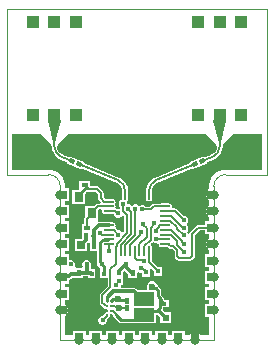
<source format=gtl>
G04*
G04 #@! TF.GenerationSoftware,Altium Limited,Altium NEXUS,5.8.2 (18)*
G04*
G04 Layer_Physical_Order=1*
G04 Layer_Color=255*
%FSLAX25Y25*%
%MOIN*%
G70*
G04*
G04 #@! TF.SameCoordinates,96A2D957-15C9-49F1-B6A3-93ECAB74F1FA*
G04*
G04*
G04 #@! TF.FilePolarity,Positive*
G04*
G01*
G75*
%ADD10C,0.00984*%
%ADD11C,0.00591*%
%ADD12C,0.00787*%
%ADD14C,0.00394*%
%ADD15O,0.00787X0.03347*%
%ADD16O,0.03347X0.00787*%
%ADD17R,0.03150X0.03543*%
%ADD18R,0.01428X0.01428*%
%ADD19R,0.02473X0.02387*%
%ADD20R,0.02780X0.02867*%
%ADD21R,0.01588X0.01877*%
%ADD22R,0.01822X0.02182*%
G04:AMPARAMS|DCode=23|XSize=17.88mil|YSize=14.28mil|CornerRadius=0mil|HoleSize=0mil|Usage=FLASHONLY|Rotation=22.280|XOffset=0mil|YOffset=0mil|HoleType=Round|Shape=Rectangle|*
%AMROTATEDRECTD23*
4,1,4,-0.00556,-0.01000,-0.01098,0.00322,0.00556,0.01000,0.01098,-0.00322,-0.00556,-0.01000,0.0*
%
%ADD23ROTATEDRECTD23*%

%ADD24R,0.06717X0.04545*%
%ADD25R,0.01788X0.01428*%
%ADD26R,0.04331X0.04331*%
%ADD27R,0.02362X0.03150*%
G04:AMPARAMS|DCode=28|XSize=17.88mil|YSize=14.28mil|CornerRadius=0mil|HoleSize=0mil|Usage=FLASHONLY|Rotation=157.720|XOffset=0mil|YOffset=0mil|HoleType=Round|Shape=Rectangle|*
%AMROTATEDRECTD28*
4,1,4,0.01098,0.00322,0.00556,-0.01000,-0.01098,-0.00322,-0.00556,0.01000,0.01098,0.00322,0.0*
%
%ADD28ROTATEDRECTD28*%

%ADD29R,0.01428X0.01788*%
%ADD30R,0.02182X0.01822*%
%ADD31R,0.03150X0.02362*%
%ADD34C,0.00906*%
%ADD39C,0.00606*%
%ADD40C,0.01181*%
%ADD41C,0.03150*%
%ADD42C,0.01772*%
%ADD43C,0.02362*%
G36*
X29724Y72835D02*
X27559Y64567D01*
X25394Y72835D01*
Y73228D01*
X29724D01*
Y72835D01*
D02*
G37*
G36*
X-25394D02*
X-27559Y64567D01*
X-29724Y72835D01*
Y73228D01*
X-25394D01*
Y72835D01*
D02*
G37*
G36*
X41701Y56724D02*
X29528D01*
X29488Y56716D01*
X29449Y56722D01*
X29063Y56703D01*
X28947Y56674D01*
X28828D01*
X28071Y56523D01*
X27925Y56463D01*
X27770Y56432D01*
X27057Y56137D01*
X26926Y56049D01*
X26780Y55988D01*
X26138Y55559D01*
X26026Y55448D01*
X25895Y55360D01*
X25823Y55288D01*
X25811Y55280D01*
X25429Y54898D01*
X25420Y54886D01*
X25349Y54814D01*
X25261Y54683D01*
X25149Y54571D01*
X24720Y53929D01*
X24660Y53783D01*
X24572Y53651D01*
X24277Y52938D01*
X24246Y52783D01*
X24185Y52637D01*
X24035Y51880D01*
Y51761D01*
X24006Y51646D01*
X23987Y51260D01*
X23993Y51220D01*
X23985Y51181D01*
Y50461D01*
X23530Y50006D01*
X23191Y49419D01*
X23059Y48925D01*
X25591D01*
Y47925D01*
X23059D01*
X23191Y47431D01*
X23530Y46844D01*
X23985Y46389D01*
Y44949D01*
X23530Y44494D01*
X23191Y43907D01*
X23059Y43413D01*
X25591D01*
Y42413D01*
X23059D01*
X23191Y41919D01*
X23530Y41332D01*
X23985Y40878D01*
Y39567D01*
X22638D01*
Y38305D01*
X20472D01*
X20127Y38236D01*
X19834Y38040D01*
X17719Y35925D01*
X17523Y35632D01*
X17497Y35501D01*
X16977Y35449D01*
X16901Y35632D01*
X16543Y35990D01*
X16901Y36348D01*
X17126Y36890D01*
Y37478D01*
X16901Y38020D01*
X16755Y38167D01*
X16526Y38493D01*
X16755Y38820D01*
X16901Y38967D01*
X17126Y39509D01*
Y40097D01*
X16901Y40639D01*
X16486Y41055D01*
X15943Y41279D01*
X15450D01*
X13178Y43552D01*
X12885Y43748D01*
X12539Y43817D01*
X12019D01*
X11698Y44317D01*
X11732Y44488D01*
X11655Y44872D01*
X11438Y45198D01*
X11112Y45415D01*
X10728Y45492D01*
X8169D01*
X7785Y45415D01*
X7749Y45391D01*
X5509D01*
X5163Y45323D01*
X4870Y45127D01*
X4146Y44403D01*
X2960D01*
X2612Y44752D01*
X2069Y44976D01*
X1482D01*
X939Y44752D01*
X846Y44658D01*
X655Y44525D01*
X240Y44941D01*
X-303Y45166D01*
X-890D01*
X-1433Y44941D01*
X-1738Y44635D01*
X-2132Y45028D01*
X-2675Y45253D01*
X-3187D01*
Y45716D01*
X-3412Y46259D01*
X-3406Y46317D01*
X-3227Y46436D01*
X-3010Y46762D01*
X-2933Y47146D01*
Y49705D01*
X-3010Y50089D01*
X-3079Y50192D01*
X-3168Y50867D01*
X-3654Y52043D01*
X-4429Y53052D01*
X-5438Y53826D01*
X-5960Y54042D01*
X-6036Y54093D01*
X-17763Y58897D01*
X-17614Y59261D01*
X-20361Y60387D01*
Y60387D01*
X-22578Y61295D01*
X-22593Y61258D01*
X-23055Y61064D01*
X-24769Y61767D01*
X-24769Y61767D01*
X-24757Y61797D01*
X-25132Y61952D01*
X-25757Y62432D01*
X-26237Y63057D01*
X-26538Y63785D01*
X-26641Y64567D01*
X-26415Y64973D01*
X-23031Y68504D01*
X23031D01*
X26415Y64973D01*
X26641Y64567D01*
X26538Y63785D01*
X26237Y63057D01*
X25757Y62432D01*
X25132Y61952D01*
X24757Y61797D01*
X24769Y61767D01*
X24769Y61767D01*
X23054Y61064D01*
X22592Y61257D01*
X22577Y61295D01*
X19830Y60169D01*
X19830Y60169D01*
X17613Y59261D01*
X17762Y58897D01*
X6036Y54093D01*
X5960Y54042D01*
X5438Y53826D01*
X4429Y53052D01*
X3654Y52043D01*
X3168Y50867D01*
X3079Y50192D01*
X3010Y50089D01*
X2933Y49705D01*
Y47146D01*
X3010Y46762D01*
X3227Y46436D01*
X3553Y46218D01*
X3937Y46142D01*
X4321Y46218D01*
X4647Y46436D01*
X4864Y46762D01*
X4941Y47146D01*
Y49705D01*
X4897Y49925D01*
X4958Y50388D01*
X5259Y51116D01*
X5739Y51741D01*
X6364Y52221D01*
X6739Y52376D01*
X6727Y52406D01*
X6727Y52406D01*
X18125Y57077D01*
X18587Y56883D01*
X18602Y56846D01*
X21349Y57972D01*
X21349Y57972D01*
X23566Y58881D01*
X23417Y59244D01*
X25460Y60081D01*
X25536Y60131D01*
X26058Y60347D01*
X27067Y61122D01*
X27842Y62131D01*
X28328Y63306D01*
X28494Y64567D01*
X28495D01*
X28708Y64978D01*
X32087Y68504D01*
X41701D01*
Y56724D01*
D02*
G37*
G36*
X-28708Y64978D02*
X-28495Y64567D01*
X-28494D01*
X-28328Y63306D01*
X-27842Y62131D01*
X-27067Y61122D01*
X-26058Y60347D01*
X-25536Y60131D01*
X-25460Y60081D01*
X-23418Y59244D01*
X-23567Y58881D01*
X-20820Y57755D01*
Y57755D01*
X-18603Y56847D01*
X-18588Y56884D01*
X-18126Y57077D01*
X-6727Y52406D01*
X-6739Y52376D01*
X-6364Y52221D01*
X-5739Y51741D01*
X-5259Y51116D01*
X-4958Y50388D01*
X-4897Y49925D01*
X-4941Y49705D01*
Y47146D01*
X-4904Y46963D01*
X-4957Y46899D01*
X-5499Y46674D01*
X-5915Y46259D01*
X-6140Y45716D01*
Y45129D01*
X-5915Y44586D01*
X-5644Y44315D01*
X-5671Y43826D01*
X-6006Y43602D01*
X-6568D01*
X-6869Y43803D01*
X-6896Y43825D01*
X-7191Y44363D01*
X-7166Y44488D01*
X-7242Y44872D01*
X-7460Y45198D01*
Y45353D01*
X-7242Y45679D01*
X-7166Y46063D01*
X-7242Y46447D01*
X-7460Y46773D01*
X-7785Y46990D01*
X-8169Y47067D01*
X-10668D01*
X-11119Y47517D01*
Y49101D01*
X-11187Y49447D01*
X-11383Y49740D01*
X-12577Y50934D01*
X-12870Y51130D01*
X-13216Y51199D01*
X-15571D01*
X-15821Y51449D01*
Y53076D01*
X-19184D01*
Y50073D01*
X-19654Y50000D01*
X-21654D01*
Y45276D01*
X-17323D01*
Y48744D01*
X-16980Y49087D01*
X-16878Y49240D01*
X-16725Y49392D01*
X-13590D01*
X-12925Y48727D01*
Y47143D01*
X-12856Y46797D01*
X-12661Y46504D01*
X-12048Y45891D01*
X-12255Y45391D01*
X-12992D01*
X-13338Y45323D01*
X-13631Y45127D01*
X-14269Y44488D01*
X-17323D01*
Y41041D01*
X-17427Y40937D01*
X-17623Y40644D01*
X-17692Y40298D01*
Y38703D01*
X-18470D01*
Y35700D01*
X-18470Y35700D01*
X-18470D01*
X-18371Y35200D01*
X-18409Y35108D01*
Y34520D01*
X-18264Y34171D01*
X-18514Y33748D01*
X-20708D01*
Y29700D01*
X-16746D01*
Y32045D01*
X-16271Y32520D01*
X-15967Y32454D01*
X-15771Y32330D01*
Y29742D01*
X-13309D01*
Y26013D01*
X-13249Y25714D01*
X-13264Y25677D01*
Y25089D01*
X-13040Y24547D01*
X-12625Y24131D01*
X-12342Y24014D01*
X-12197Y23549D01*
X-12197Y23549D01*
X-12197Y23549D01*
Y20580D01*
X-9774D01*
Y17896D01*
X-12158Y15511D01*
X-12354Y15218D01*
X-12422Y14873D01*
Y12326D01*
X-12354Y11981D01*
X-12158Y11688D01*
X-11369Y10899D01*
X-11076Y10703D01*
X-10978Y10684D01*
X-10732Y10438D01*
X-10349Y10279D01*
X-10017D01*
X-9790Y10099D01*
X-9610Y9872D01*
Y9623D01*
X-9790Y9397D01*
X-10017Y9216D01*
X-10349D01*
X-10732Y9057D01*
X-11026Y8764D01*
X-11185Y8380D01*
Y8321D01*
X-11543Y7963D01*
X-11788D01*
X-12331Y7738D01*
X-12746Y7323D01*
X-12971Y6780D01*
Y6193D01*
X-12746Y5650D01*
X-12331Y5235D01*
X-11788Y5010D01*
X-11201D01*
X-10658Y5235D01*
X-10243Y5650D01*
X-10018Y6193D01*
Y6780D01*
X-10053Y6866D01*
X-9734Y7212D01*
X-9550Y7288D01*
X-9257Y7582D01*
X-9098Y7965D01*
Y8297D01*
X-8918Y8524D01*
X-8691Y8704D01*
X-8485D01*
X-8021Y8240D01*
X-7968Y7977D01*
X-7729Y7619D01*
X-7729Y7619D01*
X-6023Y5912D01*
X-5665Y5673D01*
X-5242Y5589D01*
X-1492D01*
Y5500D01*
X6406D01*
Y8211D01*
X6906Y8418D01*
X7717Y7608D01*
Y5601D01*
X11371D01*
Y9169D01*
X9278D01*
X8405Y10043D01*
X8564Y10282D01*
X8648Y10704D01*
Y10805D01*
X10634D01*
Y13414D01*
X9227D01*
X9115Y13526D01*
Y13642D01*
X9031Y14064D01*
X8792Y14423D01*
X8101Y15114D01*
Y16446D01*
X8017Y16869D01*
X7778Y17227D01*
X7086Y17919D01*
X6890Y18050D01*
Y18081D01*
X6620Y18732D01*
X6122Y19231D01*
X5471Y19500D01*
X4766D01*
X4115Y19231D01*
X3616Y18732D01*
X3347Y18081D01*
Y17376D01*
X3483Y17048D01*
X3148Y16548D01*
X211D01*
X-235Y16993D01*
X-625Y17254D01*
X-1086Y17346D01*
X-1086Y17346D01*
X-5188D01*
X-5467Y17768D01*
X-5286Y18184D01*
X-4601D01*
Y20793D01*
X-4601D01*
Y20940D01*
X-4601D01*
Y22594D01*
X-4073Y23122D01*
X-3011Y22060D01*
Y20580D01*
X-8D01*
Y22250D01*
X492Y22488D01*
X891Y22323D01*
X1478D01*
X1668Y22196D01*
Y21045D01*
X4277D01*
Y23677D01*
X4777Y23884D01*
X5782Y22879D01*
Y21367D01*
X8391D01*
Y24336D01*
X6879D01*
X4878Y26338D01*
Y27933D01*
X4941Y28248D01*
Y30807D01*
X4864Y31191D01*
X4647Y31517D01*
X4605Y32146D01*
X4905Y32446D01*
X5563Y32495D01*
X5631Y32427D01*
X6173Y32203D01*
X6718D01*
X6790Y32180D01*
X7095Y31944D01*
X7177Y31834D01*
X7242Y31506D01*
X7460Y31180D01*
X7785Y30963D01*
X8169Y30886D01*
X10175D01*
X10534Y30527D01*
X10827Y30332D01*
X11173Y30263D01*
X11766D01*
X12522Y29507D01*
Y27913D01*
X12591Y27568D01*
X12787Y27275D01*
X13379Y26683D01*
X13672Y26487D01*
X14017Y26418D01*
X17775D01*
X18121Y26487D01*
X18414Y26683D01*
X18996Y27265D01*
X19192Y27558D01*
X19261Y27903D01*
Y34912D01*
X20846Y36498D01*
X22638D01*
Y35236D01*
X23985D01*
Y33926D01*
X23530Y33471D01*
X23191Y32884D01*
X23059Y32390D01*
X25591D01*
Y31390D01*
X23059D01*
X23191Y30896D01*
X23530Y30309D01*
X23985Y29854D01*
Y28543D01*
X22638D01*
Y24213D01*
X23985D01*
Y23031D01*
X22638D01*
Y18701D01*
X23985D01*
Y17520D01*
X22638D01*
Y13189D01*
X23985D01*
Y12008D01*
X22638D01*
Y7677D01*
X23985D01*
Y1606D01*
X21327D01*
X20872Y2060D01*
X20285Y2399D01*
X19791Y2532D01*
Y0D01*
X18791D01*
Y2532D01*
X18297Y2399D01*
X17710Y2060D01*
X17256Y1606D01*
X15945D01*
Y2953D01*
X11614D01*
Y1606D01*
X10433D01*
Y2953D01*
X6102D01*
Y1606D01*
X4921D01*
Y2953D01*
X591D01*
Y1606D01*
X-591D01*
Y2953D01*
X-4921D01*
Y1606D01*
X-6102D01*
Y2953D01*
X-10433D01*
Y1606D01*
X-11614D01*
Y2953D01*
X-15945D01*
Y1606D01*
X-17126D01*
Y2953D01*
X-21457D01*
Y1606D01*
X-23985D01*
Y7807D01*
X-23530Y8262D01*
X-23191Y8849D01*
X-23059Y9342D01*
X-25591D01*
Y10343D01*
X-23059D01*
X-23191Y10836D01*
X-23530Y11423D01*
X-23985Y11878D01*
Y13189D01*
X-22638D01*
Y17520D01*
X-23985D01*
Y18701D01*
X-22638D01*
Y20073D01*
X-22351Y20130D01*
X-21961Y20391D01*
X-21672Y20680D01*
X-19809D01*
X-19808Y20680D01*
X-19692Y20703D01*
X-17987D01*
Y21190D01*
X-16462D01*
Y20580D01*
X-13853D01*
Y23549D01*
X-15131D01*
X-15379Y23598D01*
X-15471D01*
Y24472D01*
X-15312Y24856D01*
Y25443D01*
X-15537Y25986D01*
X-15952Y26401D01*
X-16495Y26626D01*
X-17082D01*
X-17625Y26401D01*
X-18040Y25986D01*
X-18265Y25443D01*
Y24856D01*
X-18145Y24566D01*
X-18446Y24066D01*
X-20468D01*
X-20770Y24566D01*
X-20650Y24856D01*
Y25443D01*
X-20874Y25986D01*
X-21290Y26401D01*
X-21832Y26626D01*
X-22420D01*
X-22638Y26772D01*
Y28543D01*
X-23985D01*
Y29724D01*
X-22638D01*
Y34055D01*
X-23985D01*
Y35236D01*
X-22638D01*
Y39567D01*
X-23985D01*
Y40748D01*
X-22638D01*
Y45079D01*
X-23985D01*
Y46260D01*
X-22638D01*
Y50591D01*
X-23985D01*
Y51181D01*
X-23993Y51220D01*
X-23987Y51260D01*
X-24006Y51646D01*
X-24035Y51761D01*
Y51880D01*
X-24185Y52637D01*
X-24246Y52783D01*
X-24277Y52938D01*
X-24572Y53651D01*
X-24660Y53783D01*
X-24720Y53929D01*
X-25149Y54571D01*
X-25261Y54682D01*
X-25349Y54814D01*
X-25895Y55360D01*
X-26026Y55448D01*
X-26138Y55559D01*
X-26780Y55988D01*
X-26926Y56049D01*
X-27057Y56137D01*
X-27770Y56432D01*
X-27925Y56463D01*
X-28071Y56523D01*
X-28828Y56674D01*
X-28947D01*
X-29063Y56703D01*
X-29449Y56722D01*
X-29488Y56716D01*
X-29528Y56724D01*
X-41701D01*
Y68504D01*
X-32087D01*
X-28708Y64978D01*
D02*
G37*
G36*
X-11698Y43085D02*
X-11732Y42913D01*
X-11655Y42529D01*
X-11438Y42204D01*
X-11112Y41986D01*
X-10728Y41910D01*
X-8321D01*
X-8132Y41872D01*
X-7776D01*
Y41832D01*
X-7551Y41290D01*
X-7136Y40874D01*
X-6593Y40650D01*
X-6006D01*
X-5463Y40874D01*
X-5048Y41290D01*
X-5032Y41328D01*
X-4547Y41433D01*
X-4208Y41132D01*
Y36154D01*
X-4545Y35865D01*
X-5048Y35954D01*
X-5463Y36370D01*
X-6006Y36595D01*
X-6498D01*
X-7157Y37253D01*
X-7242Y37805D01*
X-7166Y38189D01*
X-7242Y38573D01*
X-7460Y38899D01*
X-7785Y39116D01*
X-8169Y39193D01*
X-8825D01*
X-8988Y39301D01*
X-9449Y39393D01*
X-9449Y39393D01*
X-12680D01*
X-12933Y39693D01*
X-12992Y39871D01*
Y43211D01*
X-12618Y43585D01*
X-12019D01*
X-11698Y43085D01*
D02*
G37*
D10*
X-11788Y25170D02*
X-11053Y24434D01*
Y22257D02*
Y24434D01*
X-12205Y26013D02*
Y32501D01*
X-11053Y22257D02*
X-11026Y22230D01*
X-11788Y25170D02*
Y25596D01*
X-12205Y26013D02*
X-11788Y25596D01*
X-12205Y32501D02*
X-11340Y33366D01*
X5438Y17729D02*
X6028Y17138D01*
X6305D01*
X5118Y17729D02*
X5438D01*
X-11340Y33366D02*
X-9547D01*
X2457Y8363D02*
X3842Y9748D01*
X787Y6693D02*
X2457Y8363D01*
X7544Y14109D02*
X8011Y13642D01*
Y13069D02*
X8970Y12110D01*
X6997Y14657D02*
Y16446D01*
Y14657D02*
X7544Y14109D01*
X8970Y12110D02*
X9150D01*
X7544Y10704D02*
Y14109D01*
X6305Y17138D02*
X6997Y16446D01*
X8011Y13069D02*
Y13642D01*
X6598Y9758D02*
X7544Y10704D01*
X6598Y9748D02*
Y9758D01*
X-6919Y13554D02*
X-6525D01*
X-5498Y13298D02*
X-3652D01*
X-6299Y14099D02*
Y14173D01*
X-7892Y13540D02*
X-6933D01*
X-6525Y13554D02*
X-6299Y13780D01*
X-6933Y13540D02*
X-6919Y13554D01*
X-6299Y14099D02*
X-5498Y13298D01*
X-6948Y8399D02*
X-5242Y6693D01*
X-6948Y8399D02*
X-6948D01*
X-5242Y6693D02*
X787D01*
X-8535Y12897D02*
X-7892Y13540D01*
X-3652Y13298D02*
X-3448Y13094D01*
X-10119Y12920D02*
Y13897D01*
X-3448Y12950D02*
Y13094D01*
X3842Y9748D02*
X6598D01*
X7182Y9704D02*
X9501Y7385D01*
X9544D01*
D11*
X-16142Y50295D02*
X-13216D01*
X-17099D02*
X-16142D01*
X-17503Y51575D02*
X-16887Y50959D01*
X-16609D02*
X-16142Y50492D01*
X-16887Y50959D02*
X-16609D01*
X9449Y31890D02*
X10675D01*
X10766Y31799D01*
Y31573D02*
Y31799D01*
Y31573D02*
X11173Y31166D01*
X12140D01*
X13425Y29881D01*
Y27913D02*
Y29881D01*
Y27913D02*
X14017Y27321D01*
X17775D02*
X18357Y27903D01*
X14017Y27321D02*
X17775D01*
X18357Y27903D02*
Y35287D01*
X-765Y27321D02*
X33Y26523D01*
X1977D01*
X-787Y29528D02*
X-765Y29505D01*
Y27321D02*
Y29505D01*
X3975Y25964D02*
X6488Y23450D01*
X6668D02*
X7087Y23031D01*
X1977Y26523D02*
X2203Y26297D01*
X6488Y23450D02*
X6668D01*
X7087Y22852D02*
Y23031D01*
X3975Y25964D02*
Y29490D01*
X3937Y29528D02*
X3975Y29490D01*
X18357Y35287D02*
X20472Y37402D01*
X9487Y39726D02*
X11001D01*
X13239Y37488D01*
X9449Y39764D02*
X9487Y39726D01*
Y35002D02*
X11296D01*
X15646Y32437D02*
X15650Y32441D01*
X13878Y34062D02*
X14502Y33437D01*
X9487Y36577D02*
X11391D01*
X13878Y34062D02*
Y34090D01*
X14502Y33304D02*
Y33437D01*
X15369Y32437D02*
X15646D01*
X12309Y33961D02*
X13321Y32948D01*
X13239Y37089D02*
X15532Y34796D01*
X14502Y33304D02*
X15369Y32437D01*
X9449Y35039D02*
X9487Y35002D01*
X11296D02*
X12309Y33989D01*
X11391Y36577D02*
X13878Y34090D01*
X13321Y31655D02*
Y32948D01*
X12309Y33961D02*
Y33989D01*
X15532Y34796D02*
X15650D01*
X13239Y37089D02*
Y37488D01*
X11453Y41301D02*
X13425Y39329D01*
X9449Y41339D02*
X9487Y41301D01*
X11453D01*
X13425Y39306D02*
Y39329D01*
X9449Y36614D02*
X9487Y36577D01*
X13321Y31655D02*
X15650Y29327D01*
X-8871Y23590D02*
X-7087Y25374D01*
X-11116Y11923D02*
Y11923D01*
X-11519Y14873D02*
X-8871Y17522D01*
Y23590D01*
X-11495Y6734D02*
X-10141Y8088D01*
Y8173D01*
X-11495Y6486D02*
Y6734D01*
X-7167Y10894D02*
X-6169D01*
X-5906Y10630D01*
X-10730Y11537D02*
X-10246D01*
X-11116Y11923D02*
X-10730Y11537D01*
X-11519Y12326D02*
X-11116Y11923D01*
X-7087Y29528D02*
Y30860D01*
Y25374D02*
Y29528D01*
X-9449Y29771D02*
Y31890D01*
Y29771D02*
X-9360Y29682D01*
X-2968Y43457D02*
X-2045Y42534D01*
Y35162D02*
Y42534D01*
X-4740Y45346D02*
X-4663Y45422D01*
X-4740Y42979D02*
Y45346D01*
Y42979D02*
X-3305Y41544D01*
X-2968Y43457D02*
Y43777D01*
X-3305Y35572D02*
Y41544D01*
X-596Y34940D02*
Y43689D01*
X1776Y43500D02*
X4521D01*
X-10980Y46101D02*
X-9487D01*
X-12022Y47143D02*
Y49101D01*
Y47143D02*
X-10980Y46101D01*
X-9487D02*
X-9449Y46063D01*
X-18293Y49380D02*
X-17964D01*
X-17618Y49726D01*
Y49776D01*
X-13216Y50295D02*
X-12022Y49101D01*
X-17618Y49776D02*
X-17099Y50295D01*
X-17757Y49916D02*
X-17181Y50492D01*
X-18406Y49267D02*
X-17757Y49916D01*
X-5474Y29565D02*
Y31733D01*
X-5512Y29528D02*
X-5474Y29565D01*
X-3899Y29609D02*
Y31637D01*
X-5474Y31733D02*
X-2045Y35162D01*
X-3937Y29571D02*
X-3899Y29609D01*
X-2340Y31527D02*
X970Y34836D01*
Y35046D01*
X-6791Y31156D02*
Y32086D01*
X1431Y35507D02*
Y35827D01*
X-2340Y29550D02*
Y31527D01*
X970Y35046D02*
X1431Y35507D01*
X-3899Y31637D02*
X-596Y34940D01*
X-6791Y32086D02*
X-3305Y35572D01*
X-7087Y30860D02*
X-6791Y31156D01*
X-9449Y36614D02*
X-7795D01*
X-6299Y35118D01*
X13425Y39306D02*
X15330Y37402D01*
X9449Y42913D02*
X12539D01*
X15650Y39803D01*
X-5832Y10556D02*
X-3522D01*
X-5906Y10630D02*
X-5832Y10556D01*
X-3522D02*
X-3448Y10482D01*
X-7596Y11322D02*
X-7167Y10894D01*
X-8567Y11322D02*
X-7596D01*
X2838Y22529D02*
Y22844D01*
X-7060Y18209D02*
Y18334D01*
X-5906Y19488D01*
X1184Y23799D02*
X1373Y23611D01*
X2071D01*
X2838Y22844D01*
X-11519Y12326D02*
Y14873D01*
X5764Y38655D02*
Y38803D01*
X6467Y33679D02*
X6733D01*
X2362Y31181D02*
X4502Y33321D01*
Y37393D02*
X5764Y38655D01*
X1969Y38445D02*
X3242Y37172D01*
X6948Y33465D02*
X9449D01*
X787Y31968D02*
X3242Y34423D01*
X1969Y38445D02*
Y38571D01*
X3242Y34423D02*
Y37172D01*
X4502Y33321D02*
Y37393D01*
X6733Y33679D02*
X6948Y33465D01*
X787Y29528D02*
Y31968D01*
X4521Y43500D02*
X5509Y44488D01*
X-15157Y42126D02*
Y42323D01*
X-12992Y44488D02*
X-9449D01*
X-15157Y42323D02*
X-12992Y44488D01*
X-15157Y41929D02*
Y42126D01*
X6821Y37195D02*
Y37214D01*
X6313Y36687D02*
X6821Y37195D01*
X6313Y36389D02*
Y36687D01*
X6821Y37214D02*
X7795Y38189D01*
X2362Y29528D02*
Y31181D01*
X20472Y37402D02*
X24409D01*
X25591D01*
X7795Y38189D02*
X9449D01*
X5509Y44488D02*
X9449D01*
X-16789Y37402D02*
Y40298D01*
X-15157Y41929D01*
X-17181Y50492D02*
X-16142D01*
X-18406Y48720D02*
Y49267D01*
X-19488Y47638D02*
X-18406Y48720D01*
D12*
X-8169Y42913D02*
X-8132Y42876D01*
X-6503Y42126D02*
X-6299D01*
X-9449Y42913D02*
X-8169D01*
X-8132Y42876D02*
X-7253D01*
X-6503Y42126D01*
X-12368Y35700D02*
X-12205D01*
X-11545Y35039D01*
X-9449D01*
X-8087Y9725D02*
X-6948Y8587D01*
X-8544Y9725D02*
X-8087D01*
D14*
X-25591Y51181D02*
G03*
X-29528Y55118I-3937J0D01*
G01*
X29528D02*
G03*
X25591Y51181I0J-3937D01*
G01*
X6281Y110236D02*
X13171D01*
X-6383D02*
X-872D01*
X-43307Y55118D02*
Y110236D01*
Y55118D02*
X-29528D01*
X-43307Y110236D02*
X43307D01*
Y55118D02*
Y110236D01*
X29528Y55118D02*
X43307D01*
X-25591Y0D02*
Y51181D01*
Y0D02*
X25591D01*
Y51181D01*
D15*
X7087Y29528D02*
D03*
X5512D02*
D03*
X3937D02*
D03*
X2362D02*
D03*
X787D02*
D03*
X-787D02*
D03*
X-2362D02*
D03*
X-3937D02*
D03*
X-5512D02*
D03*
X-7087D02*
D03*
Y48425D02*
D03*
X-5512D02*
D03*
X-3937D02*
D03*
X-2362D02*
D03*
X-787D02*
D03*
X787D02*
D03*
X2362D02*
D03*
X3937D02*
D03*
X5512D02*
D03*
X7087D02*
D03*
D16*
X-9449Y31890D02*
D03*
Y33465D02*
D03*
Y35039D02*
D03*
Y36614D02*
D03*
Y38189D02*
D03*
Y39764D02*
D03*
Y41339D02*
D03*
Y42913D02*
D03*
Y44488D02*
D03*
Y46063D02*
D03*
X9449D02*
D03*
Y44488D02*
D03*
Y42913D02*
D03*
Y41339D02*
D03*
Y39764D02*
D03*
Y38189D02*
D03*
Y36614D02*
D03*
Y35039D02*
D03*
Y33465D02*
D03*
Y31890D02*
D03*
D17*
X-19488Y47638D02*
D03*
X-15157D02*
D03*
Y42126D02*
D03*
X-19488D02*
D03*
D18*
X-5906Y22244D02*
D03*
Y19488D02*
D03*
D19*
X12607Y7385D02*
D03*
X9544D02*
D03*
D20*
X-18727Y28267D02*
D03*
Y31724D02*
D03*
D21*
X-3448Y10482D02*
D03*
Y12950D02*
D03*
D22*
X-14269Y28634D02*
D03*
Y31424D02*
D03*
X-19488Y19595D02*
D03*
Y22385D02*
D03*
X-1509Y19471D02*
D03*
Y22261D02*
D03*
D23*
X19481Y58617D02*
D03*
X21698Y59525D02*
D03*
D24*
X2457Y13685D02*
D03*
Y8363D02*
D03*
D25*
X9150Y12110D02*
D03*
X11546D02*
D03*
D26*
X20472Y75000D02*
D03*
X27559D02*
D03*
X34646D02*
D03*
Y106102D02*
D03*
X27559D02*
D03*
X20472D02*
D03*
X-34646Y75000D02*
D03*
X-27559D02*
D03*
X-20472D02*
D03*
Y106102D02*
D03*
X-27559D02*
D03*
X-34646D02*
D03*
D27*
X24409Y48425D02*
D03*
Y42913D02*
D03*
Y37402D02*
D03*
Y31890D02*
D03*
Y26378D02*
D03*
Y20866D02*
D03*
Y15354D02*
D03*
Y9843D02*
D03*
X-24409Y9843D02*
D03*
Y15354D02*
D03*
Y20866D02*
D03*
Y26378D02*
D03*
Y31890D02*
D03*
Y37402D02*
D03*
Y42913D02*
D03*
Y48425D02*
D03*
D28*
X-19482Y58617D02*
D03*
X-21699Y59525D02*
D03*
D29*
X2973Y20133D02*
D03*
Y22529D02*
D03*
X7087Y22852D02*
D03*
Y20456D02*
D03*
X-15157Y22064D02*
D03*
Y19668D02*
D03*
X-10892D02*
D03*
Y22064D02*
D03*
D30*
X-16789Y37201D02*
D03*
X-19579D02*
D03*
X-20293Y51575D02*
D03*
X-17503D02*
D03*
D31*
X-19291Y1181D02*
D03*
X-13780D02*
D03*
X-8268D02*
D03*
X-2756D02*
D03*
X2756D02*
D03*
X8268D02*
D03*
X13780D02*
D03*
X19291D02*
D03*
D34*
X-10141Y12897D02*
D03*
X-8567D02*
D03*
X-10141Y11322D02*
D03*
X-8567D02*
D03*
X-10141Y9748D02*
D03*
X-8567D02*
D03*
X-10141Y8173D02*
D03*
X-8567D02*
D03*
D39*
X-27559Y64567D02*
G03*
X-25115Y60924I3937J0D01*
G01*
X-3937Y49606D02*
G03*
X-6381Y53249I-3937J0D01*
G01*
X6381D02*
G03*
X3937Y49606I1493J-3643D01*
G01*
X25115Y60924D02*
G03*
X27559Y64567I-1493J3643D01*
G01*
X-27559D02*
Y75000D01*
X-25115Y60924D02*
X-21698Y59524D01*
X-19481Y58617D02*
X-6381Y53249D01*
X-19496Y58623D02*
X-19481Y58617D01*
X19481D02*
X19496Y58623D01*
X6381Y53249D02*
X19481Y58617D01*
X21698Y59524D02*
X25115Y60924D01*
X27559Y64567D02*
Y75000D01*
D40*
X-19479Y22214D02*
Y22394D01*
X-22171Y21884D02*
X-19808D01*
X-25214Y21243D02*
X-22812D01*
X-19808Y21884D02*
X-19479Y22214D01*
X-22812Y21243D02*
X-22171Y21884D01*
X-25591Y20866D02*
X-25214Y21243D01*
X19291Y0D02*
Y1181D01*
X-25591Y9843D02*
X-24409D01*
X-16676Y22394D02*
X-15379D01*
X-16676D02*
Y25036D01*
X-19479Y22394D02*
X-16676D01*
X-1830Y22761D02*
X-1509Y22441D01*
X-3636Y24388D02*
X-2009Y22761D01*
X-3648Y25383D02*
X-3636Y25370D01*
X-1509Y22261D02*
Y22441D01*
X-2009Y22761D02*
X-1830D01*
X-3636Y24388D02*
Y25370D01*
X-5935Y22963D02*
X-3749Y25150D01*
Y25383D01*
X-5906Y22244D02*
Y22933D01*
X-14300Y34341D02*
X-14285Y34326D01*
Y31439D02*
X-14269Y31424D01*
X-14285Y31439D02*
Y34326D01*
X-17045Y33449D02*
Y34701D01*
X-16932Y34814D01*
X-18727Y31724D02*
Y31767D01*
X-17045Y33449D01*
X-16789Y25150D02*
X-16676Y25036D01*
X-14454Y36567D02*
X-12832Y38189D01*
X-9449D01*
X-14454Y34759D02*
Y36567D01*
X-14567Y34646D02*
X-14454Y34759D01*
X-9449Y38189D02*
X-9449Y38189D01*
X-7874Y16142D02*
X-1086D01*
X1371Y13685D01*
X2457D01*
X-9843Y14173D02*
X-7874Y16142D01*
D41*
X25591Y15354D02*
D03*
Y20866D02*
D03*
Y26378D02*
D03*
Y31890D02*
D03*
Y37402D02*
D03*
Y42913D02*
D03*
Y48425D02*
D03*
Y9843D02*
D03*
X-19291Y0D02*
D03*
X19291D02*
D03*
X13780D02*
D03*
X8268D02*
D03*
X2756D02*
D03*
X-2756D02*
D03*
X-8268D02*
D03*
X-13780D02*
D03*
X-25591Y42913D02*
D03*
Y37402D02*
D03*
Y31890D02*
D03*
Y26378D02*
D03*
Y20866D02*
D03*
Y15354D02*
D03*
Y48425D02*
D03*
Y9843D02*
D03*
D42*
X19685Y50787D02*
D03*
X13386Y49606D02*
D03*
X-33858Y59055D02*
D03*
X-39370Y66142D02*
D03*
X-38583Y61417D02*
D03*
X38583D02*
D03*
X39370Y66142D02*
D03*
X33858Y59055D02*
D03*
X0Y56693D02*
D03*
X-11811Y61417D02*
D03*
X0D02*
D03*
X11811D02*
D03*
X-5872Y61335D02*
D03*
X5939D02*
D03*
X17356Y66846D02*
D03*
X-17289D02*
D03*
X5939D02*
D03*
X-5872D02*
D03*
X11811Y66929D02*
D03*
X0D02*
D03*
X-11811D02*
D03*
X-7856Y51726D02*
D03*
X-10407Y52771D02*
D03*
X-15507Y54861D02*
D03*
X-12957Y53816D02*
D03*
X-11464Y57459D02*
D03*
X-14014Y58504D02*
D03*
X-8914Y56414D02*
D03*
X-6364Y55369D02*
D03*
X-23306Y57631D02*
D03*
X-25707Y59040D02*
D03*
X-20756Y56586D02*
D03*
X-18057Y55906D02*
D03*
X-21515Y62003D02*
D03*
X-24215Y62683D02*
D03*
X-18965Y60958D02*
D03*
X-16564Y59549D02*
D03*
X-24561Y64953D02*
D03*
X-22937Y66840D02*
D03*
X-28108Y60449D02*
D03*
X-29118Y62139D02*
D03*
X-30127Y63829D02*
D03*
X-31501Y65669D02*
D03*
X-33024Y67144D02*
D03*
X-3937Y54331D02*
D03*
X-2362Y51968D02*
D03*
X2362D02*
D03*
X3937Y54331D02*
D03*
X33024Y67144D02*
D03*
X31501Y65669D02*
D03*
X30127Y63829D02*
D03*
X29118Y62139D02*
D03*
X28108Y60449D02*
D03*
X22937Y66840D02*
D03*
X24561Y64953D02*
D03*
X16564Y59549D02*
D03*
X18965Y60958D02*
D03*
X24215Y62683D02*
D03*
X21515Y62003D02*
D03*
X18057Y55906D02*
D03*
X20756Y56586D02*
D03*
X25707Y59040D02*
D03*
X23306Y57631D02*
D03*
X6364Y55369D02*
D03*
X8914Y56414D02*
D03*
X14014Y58504D02*
D03*
X11464Y57459D02*
D03*
X12957Y53816D02*
D03*
X15507Y54861D02*
D03*
X10407Y52771D02*
D03*
X7856Y51726D02*
D03*
X1776Y43500D02*
D03*
X19291Y5601D02*
D03*
X17256Y20456D02*
D03*
X-16409Y28172D02*
D03*
X2203Y26297D02*
D03*
X6173Y26591D02*
D03*
X-12022Y40295D02*
D03*
X15650Y34796D02*
D03*
Y31946D02*
D03*
Y29327D02*
D03*
X-11788Y25383D02*
D03*
X-19488Y39246D02*
D03*
X-11495Y6486D02*
D03*
X-8268Y6693D02*
D03*
X-12368Y35700D02*
D03*
X-14300Y34341D02*
D03*
X-9360Y29682D02*
D03*
X-16932Y34814D02*
D03*
X-4663Y45422D02*
D03*
X-6299Y42126D02*
D03*
X-2968Y43777D02*
D03*
X-596Y43689D02*
D03*
X-6299Y35118D02*
D03*
X15650Y39803D02*
D03*
X17775Y12110D02*
D03*
X-17987Y8088D02*
D03*
X-17374Y14487D02*
D03*
X-7060Y18209D02*
D03*
X1184Y23799D02*
D03*
X1431Y35827D02*
D03*
X1969Y38571D02*
D03*
X-22126Y25150D02*
D03*
X-16789D02*
D03*
X-3749Y25383D02*
D03*
X6467Y33679D02*
D03*
X6313Y36389D02*
D03*
X5764Y38803D02*
D03*
X15650Y37184D02*
D03*
D43*
X5118Y17729D02*
D03*
X-5906Y10630D02*
D03*
X-6299Y13780D02*
D03*
M02*

</source>
